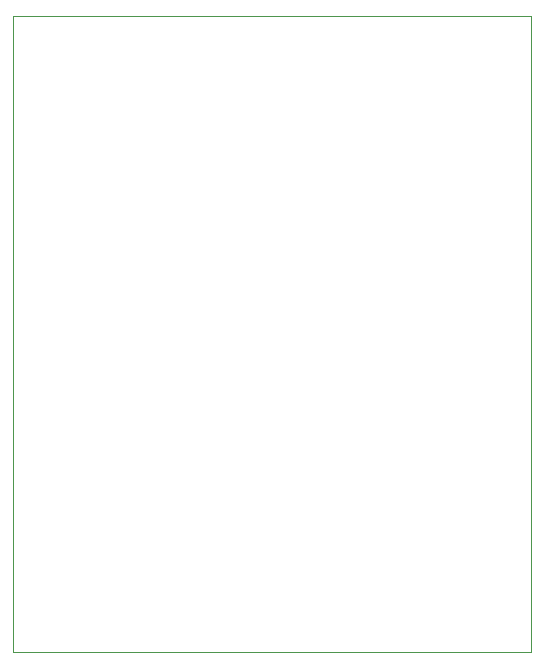
<source format=gbr>
%TF.GenerationSoftware,KiCad,Pcbnew,(5.1.7)-1*%
%TF.CreationDate,2021-01-12T02:59:51-08:00*%
%TF.ProjectId,froggy,66726f67-6779-42e6-9b69-6361645f7063,rev?*%
%TF.SameCoordinates,Original*%
%TF.FileFunction,Profile,NP*%
%FSLAX46Y46*%
G04 Gerber Fmt 4.6, Leading zero omitted, Abs format (unit mm)*
G04 Created by KiCad (PCBNEW (5.1.7)-1) date 2021-01-12 02:59:51*
%MOMM*%
%LPD*%
G01*
G04 APERTURE LIST*
%TA.AperFunction,Profile*%
%ADD10C,0.050000*%
%TD*%
G04 APERTURE END LIST*
D10*
X200600000Y-34600000D02*
X200600000Y-88400000D01*
X156800000Y-34600000D02*
X156800000Y-34800000D01*
X200600000Y-34600000D02*
X156800000Y-34600000D01*
X156800000Y-88400000D02*
X200600000Y-88400000D01*
X156800000Y-34800000D02*
X156800000Y-88400000D01*
M02*

</source>
